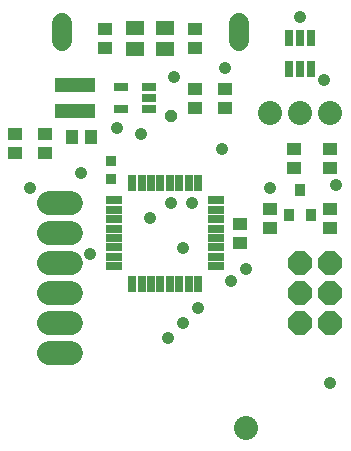
<source format=gts>
G75*
G70*
%OFA0B0*%
%FSLAX24Y24*%
%IPPOS*%
%LPD*%
%AMOC8*
5,1,8,0,0,1.08239X$1,22.5*
%
%ADD10R,0.0631X0.0513*%
%ADD11R,0.0454X0.0434*%
%ADD12OC8,0.0800*%
%ADD13C,0.0800*%
%ADD14R,0.0375X0.0375*%
%ADD15C,0.0800*%
%ADD16R,0.0434X0.0454*%
%ADD17C,0.0660*%
%ADD18R,0.0493X0.0296*%
%ADD19R,0.0280X0.0580*%
%ADD20R,0.1320X0.0454*%
%ADD21R,0.0560X0.0280*%
%ADD22R,0.0280X0.0560*%
%ADD23R,0.0375X0.0414*%
%ADD24C,0.0417*%
%ADD25C,0.0420*%
%ADD26OC8,0.0417*%
D10*
X007680Y021986D03*
X007680Y022694D03*
X008680Y022694D03*
X008680Y021986D03*
D11*
X009680Y022025D03*
X009680Y022655D03*
X009680Y020655D03*
X009680Y020025D03*
X010680Y020025D03*
X010680Y020655D03*
X012980Y018655D03*
X012980Y018025D03*
X012180Y016655D03*
X012180Y016025D03*
X011180Y016155D03*
X011180Y015525D03*
X014180Y016025D03*
X014180Y016655D03*
X014180Y018025D03*
X014180Y018655D03*
X006680Y022025D03*
X006680Y022655D03*
X004680Y019155D03*
X004680Y018525D03*
X003680Y018525D03*
X003680Y019155D03*
D12*
X013180Y014840D03*
X013180Y013840D03*
X013180Y012840D03*
X014180Y012840D03*
X014180Y013840D03*
X014180Y014840D03*
D13*
X014180Y019840D03*
X013180Y019840D03*
X012180Y019840D03*
X011380Y009340D03*
D14*
X006880Y017645D03*
X006880Y018235D03*
D15*
X005550Y011840D02*
X004810Y011840D01*
X004810Y012840D02*
X005550Y012840D01*
X005550Y013840D02*
X004810Y013840D01*
X004810Y014840D02*
X005550Y014840D01*
X005550Y015840D02*
X004810Y015840D01*
X004810Y016840D02*
X005550Y016840D01*
D16*
X005565Y019040D03*
X006195Y019040D03*
D17*
X005230Y022240D02*
X005230Y022840D01*
X011130Y022840D02*
X011130Y022240D01*
D18*
X008152Y020714D03*
X008152Y020340D03*
X008152Y019966D03*
X007208Y019966D03*
X007208Y020714D03*
D19*
X012810Y021330D03*
X013180Y021330D03*
X013550Y021330D03*
X013550Y022350D03*
X013180Y022350D03*
X012810Y022350D03*
D20*
X005680Y020773D03*
X005680Y019907D03*
D21*
X006990Y016942D03*
X006990Y016627D03*
X006990Y016312D03*
X006990Y015997D03*
X006990Y015683D03*
X006990Y015368D03*
X006990Y015053D03*
X006990Y014738D03*
X010370Y014738D03*
X010370Y015053D03*
X010370Y015368D03*
X010370Y015683D03*
X010370Y015997D03*
X010370Y016312D03*
X010370Y016627D03*
X010370Y016942D03*
D22*
X009782Y017530D03*
X009467Y017530D03*
X009152Y017530D03*
X008837Y017530D03*
X008523Y017530D03*
X008208Y017530D03*
X007893Y017530D03*
X007578Y017530D03*
X007578Y014150D03*
X007893Y014150D03*
X008208Y014150D03*
X008523Y014150D03*
X008837Y014150D03*
X009152Y014150D03*
X009467Y014150D03*
X009782Y014150D03*
D23*
X012806Y016446D03*
X013180Y017273D03*
X013554Y016446D03*
D24*
X014380Y017440D03*
X012180Y017340D03*
X010580Y018640D03*
X009580Y016840D03*
X008880Y016840D03*
X008180Y016340D03*
X009280Y015340D03*
X009780Y013340D03*
X009280Y012840D03*
X008780Y012340D03*
X010880Y014240D03*
X014180Y010840D03*
X007880Y019140D03*
X007080Y019340D03*
X005880Y017840D03*
X004180Y017340D03*
X006180Y015140D03*
X008980Y021040D03*
X010680Y021340D03*
X013180Y023040D03*
D25*
X013980Y020940D03*
X011380Y014640D03*
D26*
X008880Y019740D03*
M02*

</source>
